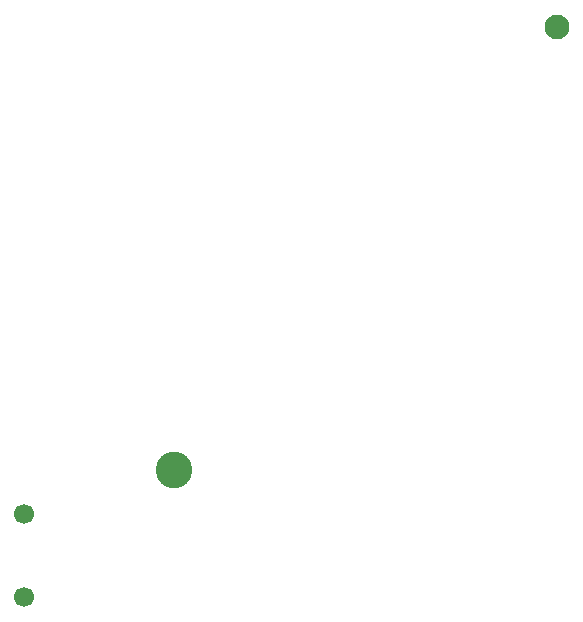
<source format=gbr>
%TF.GenerationSoftware,KiCad,Pcbnew,8.0.0*%
%TF.CreationDate,2024-03-28T17:38:24+02:00*%
%TF.ProjectId,xiao_esp32c3,7869616f-5f65-4737-9033-3263332e6b69,rev?*%
%TF.SameCoordinates,Original*%
%TF.FileFunction,Plated,1,2,PTH,Drill*%
%TF.FilePolarity,Positive*%
%FSLAX46Y46*%
G04 Gerber Fmt 4.6, Leading zero omitted, Abs format (unit mm)*
G04 Created by KiCad (PCBNEW 8.0.0) date 2024-03-28 17:38:24*
%MOMM*%
%LPD*%
G01*
G04 APERTURE LIST*
%TA.AperFunction,ComponentDrill*%
%ADD10C,1.700000*%
%TD*%
%TA.AperFunction,ComponentDrill*%
%ADD11C,2.100000*%
%TD*%
%TA.AperFunction,ComponentDrill*%
%ADD12C,3.100000*%
%TD*%
G04 APERTURE END LIST*
D10*
%TO.C,J7*%
X63300000Y-81750000D03*
X63300000Y-88750000D03*
D11*
%TO.C,H1*%
X108400000Y-40500000D03*
D12*
%TO.C,H3*%
X76000000Y-78000000D03*
M02*

</source>
